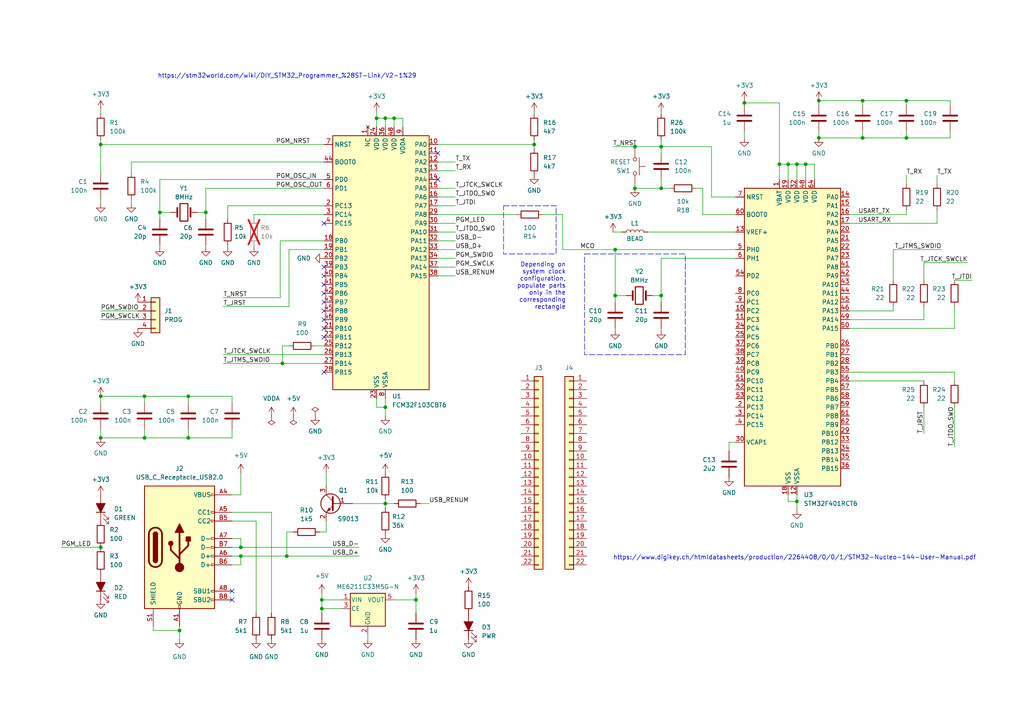
<source format=kicad_sch>
(kicad_sch (version 20230121) (generator eeschema)
  (paper "A4")
  (title_block (title "STM32 RedPill") (company "Schönherz Elektronikai Műhely") (comment 1 "designed by Weisz Pál"))
  (junction (at 93.345 173.99))
  (junction (at 69.85 158.75))
  (junction (at 191.77 54.61))
  (junction (at 250.19 29.21))
  (junction (at 52.07 182.88))
  (junction (at 54.61 114.935))
  (junction (at 81.915 105.41))
  (junction (at 237.49 29.21))
  (junction (at 154.94 41.91))
  (junction (at 237.49 40.005))
  (junction (at 41.91 127))
  (junction (at 29.21 127))
  (junction (at 109.22 34.29))
  (junction (at 250.19 40.005))
  (junction (at 233.68 47.625))
  (junction (at 83.185 161.29))
  (junction (at 120.65 173.99))
  (junction (at 29.21 41.91))
  (junction (at 69.85 161.29))
  (junction (at 191.77 42.545))
  (junction (at 228.6 47.625))
  (junction (at 29.21 114.935))
  (junction (at 114.3 34.29))
  (junction (at 111.76 34.29))
  (junction (at 178.435 85.725))
  (junction (at 226.06 47.625))
  (junction (at 111.76 118.11))
  (junction (at 262.89 29.21))
  (junction (at 231.14 47.625))
  (junction (at 184.15 54.61))
  (junction (at 54.61 127))
  (junction (at 93.345 176.53))
  (junction (at 41.91 114.935))
  (junction (at 231.14 145.415))
  (junction (at 262.89 40.005))
  (junction (at 178.435 72.39))
  (junction (at 46.355 61.595))
  (junction (at 215.9 29.845))
  (junction (at 111.76 146.05))
  (junction (at 29.21 158.75))
  (junction (at 184.15 42.545))
  (junction (at 59.69 61.595))
  (junction (at 191.77 85.725))
  (no_connect (at 93.98 107.95))
  (no_connect (at 127 52.07))
  (no_connect (at 93.98 87.63))
  (no_connect (at 93.98 64.77))
  (no_connect (at 93.98 90.17))
  (no_connect (at 93.98 95.25))
  (no_connect (at 93.98 97.79))
  (no_connect (at 93.98 82.55))
  (no_connect (at 67.31 171.45))
  (no_connect (at 93.98 77.47))
  (no_connect (at 67.31 173.99))
  (no_connect (at 127 44.45))
  (no_connect (at 93.98 92.71))
  (no_connect (at 93.98 80.01))
  (no_connect (at 93.98 85.09))
  (wire (pts (xy 127 67.31) (xy 132.08 67.31)))
  (wire (pts (xy 46.355 71.12) (xy 46.355 71.755)))
  (wire (pts (xy 74.295 151.13) (xy 74.295 177.8)))
  (wire (pts (xy 163.195 72.39) (xy 163.195 62.23)))
  (wire (pts (xy 99.06 176.53) (xy 93.345 176.53)))
  (wire (pts (xy 52.07 182.88) (xy 52.07 181.61)))
  (wire (pts (xy 267.97 92.71) (xy 246.38 92.71)))
  (wire (pts (xy 127 57.15) (xy 132.08 57.15)))
  (wire (pts (xy 262.89 29.21) (xy 262.89 30.48)))
  (wire (pts (xy 111.76 118.11) (xy 111.76 120.65)))
  (wire (pts (xy 127 41.91) (xy 154.94 41.91)))
  (wire (pts (xy 267.97 88.9) (xy 267.97 92.71)))
  (wire (pts (xy 127 74.93) (xy 132.08 74.93)))
  (wire (pts (xy 67.31 156.21) (xy 69.85 156.21)))
  (wire (pts (xy 226.06 47.625) (xy 226.06 29.845)))
  (wire (pts (xy 109.22 32.385) (xy 109.22 34.29)))
  (wire (pts (xy 127 59.69) (xy 132.08 59.69)))
  (wire (pts (xy 259.08 72.39) (xy 259.08 81.28)))
  (wire (pts (xy 66.04 59.69) (xy 66.04 63.5)))
  (wire (pts (xy 189.23 85.725) (xy 191.77 85.725)))
  (wire (pts (xy 191.77 40.64) (xy 191.77 42.545)))
  (wire (pts (xy 206.375 57.15) (xy 213.36 57.15)))
  (wire (pts (xy 250.19 38.1) (xy 250.19 40.005)))
  (wire (pts (xy 69.85 163.83) (xy 67.31 163.83)))
  (wire (pts (xy 93.345 176.53) (xy 93.345 177.8)))
  (wire (pts (xy 93.98 59.69) (xy 66.04 59.69)))
  (wire (pts (xy 29.21 33.02) (xy 29.21 31.75)))
  (wire (pts (xy 59.69 54.61) (xy 59.69 61.595)))
  (wire (pts (xy 178.435 85.725) (xy 181.61 85.725)))
  (wire (pts (xy 121.92 146.05) (xy 124.46 146.05)))
  (wire (pts (xy 111.76 146.05) (xy 114.3 146.05)))
  (wire (pts (xy 54.61 127) (xy 67.31 127)))
  (wire (pts (xy 259.08 88.9) (xy 259.08 90.17)))
  (wire (pts (xy 127 62.23) (xy 149.86 62.23)))
  (wire (pts (xy 154.94 41.91) (xy 154.94 43.18)))
  (wire (pts (xy 74.295 151.13) (xy 67.31 151.13)))
  (wire (pts (xy 215.9 40.005) (xy 215.9 38.1)))
  (wire (pts (xy 154.94 32.385) (xy 154.94 33.02)))
  (wire (pts (xy 275.59 29.21) (xy 262.89 29.21)))
  (wire (pts (xy 187.96 67.31) (xy 213.36 67.31)))
  (wire (pts (xy 276.86 95.25) (xy 246.38 95.25)))
  (wire (pts (xy 163.195 72.39) (xy 178.435 72.39)))
  (wire (pts (xy 262.89 40.005) (xy 275.59 40.005)))
  (wire (pts (xy 29.21 90.17) (xy 40.005 90.17)))
  (wire (pts (xy 59.69 54.61) (xy 93.98 54.61)))
  (wire (pts (xy 250.19 29.21) (xy 237.49 29.21)))
  (wire (pts (xy 29.21 41.91) (xy 93.98 41.91)))
  (wire (pts (xy 191.77 74.93) (xy 213.36 74.93)))
  (wire (pts (xy 83.82 72.39) (xy 93.98 72.39)))
  (wire (pts (xy 91.44 100.33) (xy 93.98 100.33)))
  (wire (pts (xy 280.67 76.2) (xy 267.97 76.2)))
  (wire (pts (xy 69.85 158.75) (xy 104.14 158.75)))
  (wire (pts (xy 271.78 50.8) (xy 271.78 53.34)))
  (wire (pts (xy 93.345 173.99) (xy 99.06 173.99)))
  (wire (pts (xy 211.455 128.27) (xy 211.455 130.81)))
  (wire (pts (xy 38.1 46.99) (xy 38.1 50.165)))
  (wire (pts (xy 67.31 143.51) (xy 69.85 143.51)))
  (wire (pts (xy 111.76 36.83) (xy 111.76 34.29)))
  (wire (pts (xy 191.77 85.725) (xy 191.77 87.63)))
  (wire (pts (xy 81.915 100.33) (xy 83.82 100.33)))
  (wire (pts (xy 271.78 64.77) (xy 246.38 64.77)))
  (wire (pts (xy 236.22 52.07) (xy 236.22 47.625)))
  (wire (pts (xy 78.74 177.8) (xy 78.74 148.59)))
  (wire (pts (xy 271.78 60.96) (xy 271.78 64.77)))
  (wire (pts (xy 228.6 143.51) (xy 228.6 145.415)))
  (wire (pts (xy 54.61 114.935) (xy 54.61 116.84)))
  (wire (pts (xy 73.66 63.5) (xy 73.66 62.23)))
  (wire (pts (xy 38.1 57.785) (xy 38.1 59.055)))
  (wire (pts (xy 201.93 54.61) (xy 203.835 54.61)))
  (wire (pts (xy 44.45 182.88) (xy 52.07 182.88)))
  (wire (pts (xy 127 72.39) (xy 132.08 72.39)))
  (wire (pts (xy 59.69 71.12) (xy 59.69 71.755)))
  (wire (pts (xy 191.77 33.02) (xy 191.77 32.385)))
  (wire (pts (xy 81.28 86.36) (xy 81.28 69.85)))
  (wire (pts (xy 41.91 124.46) (xy 41.91 127)))
  (wire (pts (xy 83.82 88.9) (xy 83.82 72.39)))
  (wire (pts (xy 93.345 172.085) (xy 93.345 173.99)))
  (wire (pts (xy 276.86 129.54) (xy 276.86 118.11)))
  (wire (pts (xy 191.77 42.545) (xy 206.375 42.545)))
  (wire (pts (xy 67.31 148.59) (xy 78.74 148.59)))
  (wire (pts (xy 259.08 90.17) (xy 246.38 90.17)))
  (wire (pts (xy 191.77 95.25) (xy 191.77 95.885)))
  (wire (pts (xy 177.8 67.31) (xy 180.34 67.31)))
  (wire (pts (xy 191.77 54.61) (xy 194.31 54.61)))
  (wire (pts (xy 67.31 116.84) (xy 67.31 114.935)))
  (wire (pts (xy 233.68 47.625) (xy 231.14 47.625)))
  (wire (pts (xy 66.04 71.755) (xy 66.04 71.12)))
  (wire (pts (xy 262.89 62.23) (xy 262.89 60.96)))
  (wire (pts (xy 228.6 47.625) (xy 231.14 47.625)))
  (wire (pts (xy 29.21 57.785) (xy 29.21 59.055)))
  (wire (pts (xy 191.77 54.61) (xy 184.15 54.61)))
  (wire (pts (xy 215.9 29.21) (xy 215.9 29.845)))
  (wire (pts (xy 236.22 47.625) (xy 233.68 47.625)))
  (wire (pts (xy 178.435 72.39) (xy 213.36 72.39)))
  (wire (pts (xy 178.435 85.725) (xy 178.435 87.63)))
  (wire (pts (xy 111.76 34.29) (xy 114.3 34.29)))
  (wire (pts (xy 59.69 61.595) (xy 59.69 63.5)))
  (wire (pts (xy 83.185 154.305) (xy 83.185 161.29)))
  (wire (pts (xy 64.77 88.9) (xy 83.82 88.9)))
  (wire (pts (xy 120.65 172.085) (xy 120.65 173.99)))
  (wire (pts (xy 94.615 151.13) (xy 94.615 154.305)))
  (wire (pts (xy 276.86 107.95) (xy 246.38 107.95)))
  (wire (pts (xy 281.94 81.28) (xy 276.86 81.28)))
  (wire (pts (xy 64.77 86.36) (xy 81.28 86.36)))
  (wire (pts (xy 111.76 115.57) (xy 111.76 118.11)))
  (wire (pts (xy 29.21 124.46) (xy 29.21 127)))
  (wire (pts (xy 206.375 42.545) (xy 206.375 57.15)))
  (wire (pts (xy 127 69.85) (xy 132.08 69.85)))
  (wire (pts (xy 228.6 52.07) (xy 228.6 47.625)))
  (wire (pts (xy 184.15 42.545) (xy 191.77 42.545)))
  (wire (pts (xy 29.21 114.935) (xy 29.21 116.84)))
  (wire (pts (xy 237.49 38.1) (xy 237.49 40.005)))
  (wire (pts (xy 127 64.77) (xy 132.08 64.77)))
  (wire (pts (xy 46.355 61.595) (xy 49.53 61.595)))
  (wire (pts (xy 111.76 144.78) (xy 111.76 146.05)))
  (wire (pts (xy 262.89 29.21) (xy 250.19 29.21)))
  (wire (pts (xy 46.355 61.595) (xy 46.355 63.5)))
  (wire (pts (xy 29.21 40.64) (xy 29.21 41.91)))
  (wire (pts (xy 275.59 30.48) (xy 275.59 29.21)))
  (wire (pts (xy 191.77 44.45) (xy 191.77 42.545)))
  (wire (pts (xy 81.915 100.33) (xy 81.915 105.41)))
  (wire (pts (xy 116.84 36.83) (xy 116.84 34.29)))
  (wire (pts (xy 191.77 74.93) (xy 191.77 85.725)))
  (wire (pts (xy 237.49 40.005) (xy 250.19 40.005)))
  (wire (pts (xy 191.77 52.07) (xy 191.77 54.61)))
  (wire (pts (xy 54.61 114.935) (xy 41.91 114.935)))
  (wire (pts (xy 127 80.01) (xy 132.08 80.01)))
  (wire (pts (xy 111.76 146.05) (xy 111.76 147.32)))
  (wire (pts (xy 94.615 137.16) (xy 94.615 140.97)))
  (wire (pts (xy 81.28 69.85) (xy 93.98 69.85)))
  (wire (pts (xy 69.85 156.21) (xy 69.85 158.75)))
  (wire (pts (xy 203.835 54.61) (xy 203.835 62.23)))
  (wire (pts (xy 120.65 173.99) (xy 120.65 177.8)))
  (wire (pts (xy 114.3 34.29) (xy 116.84 34.29)))
  (wire (pts (xy 178.435 95.25) (xy 178.435 95.885)))
  (wire (pts (xy 67.31 124.46) (xy 67.31 127)))
  (wire (pts (xy 54.61 124.46) (xy 54.61 127)))
  (wire (pts (xy 228.6 145.415) (xy 231.14 145.415)))
  (wire (pts (xy 178.435 72.39) (xy 178.435 85.725)))
  (wire (pts (xy 67.31 114.935) (xy 54.61 114.935)))
  (wire (pts (xy 102.235 146.05) (xy 111.76 146.05)))
  (wire (pts (xy 127 49.53) (xy 132.08 49.53)))
  (wire (pts (xy 111.76 34.29) (xy 109.22 34.29)))
  (wire (pts (xy 73.66 71.755) (xy 73.66 71.12)))
  (wire (pts (xy 276.86 88.9) (xy 276.86 95.25)))
  (wire (pts (xy 109.22 118.11) (xy 111.76 118.11)))
  (wire (pts (xy 114.3 36.83) (xy 114.3 34.29)))
  (wire (pts (xy 275.59 38.1) (xy 275.59 40.005)))
  (wire (pts (xy 184.15 54.61) (xy 184.15 53.34)))
  (wire (pts (xy 184.15 43.18) (xy 184.15 42.545)))
  (wire (pts (xy 231.14 143.51) (xy 231.14 145.415)))
  (wire (pts (xy 246.38 62.23) (xy 262.89 62.23)))
  (wire (pts (xy 17.78 158.75) (xy 29.21 158.75)))
  (wire (pts (xy 67.31 158.75) (xy 69.85 158.75)))
  (wire (pts (xy 203.835 62.23) (xy 213.36 62.23)))
  (wire (pts (xy 73.66 62.23) (xy 93.98 62.23)))
  (wire (pts (xy 267.97 76.2) (xy 267.97 81.28)))
  (wire (pts (xy 69.85 143.51) (xy 69.85 137.16)))
  (wire (pts (xy 106.68 185.42) (xy 106.68 184.15)))
  (wire (pts (xy 81.915 105.41) (xy 93.98 105.41)))
  (wire (pts (xy 262.89 50.8) (xy 262.89 53.34)))
  (wire (pts (xy 52.07 185.42) (xy 52.07 182.88)))
  (wire (pts (xy 127 54.61) (xy 132.08 54.61)))
  (wire (pts (xy 38.1 46.99) (xy 93.98 46.99)))
  (wire (pts (xy 94.615 154.305) (xy 92.71 154.305)))
  (wire (pts (xy 93.345 176.53) (xy 93.345 173.99)))
  (wire (pts (xy 226.06 29.845) (xy 215.9 29.845)))
  (wire (pts (xy 114.3 173.99) (xy 120.65 173.99)))
  (wire (pts (xy 57.15 61.595) (xy 59.69 61.595)))
  (wire (pts (xy 69.85 161.29) (xy 69.85 163.83)))
  (wire (pts (xy 46.355 52.07) (xy 46.355 61.595)))
  (wire (pts (xy 231.14 145.415) (xy 231.14 147.955)))
  (wire (pts (xy 213.36 128.27) (xy 211.455 128.27)))
  (wire (pts (xy 267.97 125.73) (xy 267.97 118.11)))
  (wire (pts (xy 273.05 72.39) (xy 259.08 72.39)))
  (wire (pts (xy 127 77.47) (xy 132.08 77.47)))
  (wire (pts (xy 41.91 127) (xy 54.61 127)))
  (wire (pts (xy 154.94 40.64) (xy 154.94 41.91)))
  (wire (pts (xy 109.22 115.57) (xy 109.22 118.11)))
  (wire (pts (xy 83.185 161.29) (xy 104.14 161.29)))
  (wire (pts (xy 233.68 52.07) (xy 233.68 47.625)))
  (wire (pts (xy 41.91 114.935) (xy 41.91 116.84)))
  (wire (pts (xy 64.77 105.41) (xy 81.915 105.41)))
  (wire (pts (xy 250.19 40.005) (xy 262.89 40.005)))
  (wire (pts (xy 127 46.99) (xy 132.08 46.99)))
  (wire (pts (xy 29.21 41.91) (xy 29.21 50.165)))
  (wire (pts (xy 215.9 29.845) (xy 215.9 30.48)))
  (wire (pts (xy 29.21 127) (xy 41.91 127)))
  (wire (pts (xy 262.89 38.1) (xy 262.89 40.005)))
  (wire (pts (xy 250.19 29.21) (xy 250.19 30.48)))
  (wire (pts (xy 237.49 29.21) (xy 237.49 30.48)))
  (wire (pts (xy 67.31 161.29) (xy 69.85 161.29)))
  (wire (pts (xy 226.06 52.07) (xy 226.06 47.625)))
  (wire (pts (xy 276.86 110.49) (xy 276.86 107.95)))
  (wire (pts (xy 44.45 181.61) (xy 44.45 182.88)))
  (wire (pts (xy 226.06 47.625) (xy 228.6 47.625)))
  (wire (pts (xy 109.22 34.29) (xy 109.22 36.83)))
  (wire (pts (xy 85.09 154.305) (xy 83.185 154.305)))
  (wire (pts (xy 267.97 110.49) (xy 246.38 110.49)))
  (wire (pts (xy 69.85 161.29) (xy 83.185 161.29)))
  (wire (pts (xy 64.77 102.87) (xy 93.98 102.87)))
  (wire (pts (xy 29.21 92.71) (xy 40.005 92.71)))
  (wire (pts (xy 46.355 52.07) (xy 93.98 52.07)))
  (wire (pts (xy 184.15 42.545) (xy 177.8 42.545)))
  (wire (pts (xy 41.91 114.935) (xy 29.21 114.935)))
  (wire (pts (xy 231.14 47.625) (xy 231.14 52.07)))
  (wire (pts (xy 163.195 62.23) (xy 157.48 62.23)))
  (rectangle (start 169.545 73.66) (end 198.755 102.87) (stroke (width 0) (type dash)))
  (rectangle (start 146.05 59.69) (end 161.29 73.66) (stroke (width 0) (type dash)))
  (text_box "Depending on system clock configuration, populate parts only in the corresponding rectangle" (at 148.59 74.93 0) (size 16.51 15.24) (stroke (width -0.0001)) (effects (font (size 1.27 1.27)) (justify right top)))
  (text "https://stm32world.com/wiki/DIY_STM32_Programmer_%28ST-Link/V2-1%29" (at 45.72 22.86 0) (effects (font (size 1.27 1.27)) (justify left bottom)))
  (text "https://www.digikey.ch/htmldatasheets/production/2264408/0/0/1/STM32-Nucleo-144-User-Manual.pdf" (at 177.8 162.56 0) (effects (font (size 1.27 1.27)) (justify left bottom)))
  (label "PGM_LED" (at 132.08 64.77 0))
  (label "PGM_SWCLK" (at 132.08 77.47 0))
  (label "T_NRST" (at 64.77 86.36 0))
  (label "T_JTDO_SWO" (at 276.86 129.54 90))
  (label "T_JTMS_SWDIO" (at 273.05 72.39 180))
  (label "T_JTCK_SWCLK" (at 64.77 102.87 0))
  (label "USB_D-" (at 104.14 158.75 180))
  (label "MCO" (at 168.275 72.39 0))
  (label "PGM_SWCLK" (at 29.21 92.71 0))
  (label "T_JRST" (at 267.97 125.73 90))
  (label "T_JTDO_SWO" (at 132.08 67.31 0))
  (label "USB_D+" (at 132.08 72.39 0))
  (label "T_RX" (at 132.08 49.53 0))
  (label "T_TX" (at 271.78 50.8 0))
  (label "T_JTCK_SWCLK" (at 280.67 76.2 180))
  (label "T_JTDO_SWO" (at 132.08 57.15 0))
  (label "T_NRST" (at 177.8 42.545 0))
  (label "T_RX" (at 262.89 50.8 0))
  (label "PGM_SWDIO" (at 132.08 74.93 0))
  (label "T_JTCK_SWCLK" (at 132.08 54.61 0))
  (label "USART_RX" (at 248.92 64.77 0))
  (label "T_JTMS_SWDIO" (at 64.77 105.41 0))
  (label "USB_D-" (at 132.08 69.85 0))
  (label "T_JRST" (at 64.77 88.9 0))
  (label "PGM_OSC_IN" (at 80.01 52.07 0))
  (label "PGM_LED" (at 17.78 158.75 0))
  (label "USB_D+" (at 104.14 161.29 180))
  (label "PGM_OSC_OUT" (at 80.01 54.61 0))
  (label "USB_RENUM" (at 124.46 146.05 0))
  (label "PGM_SWDIO" (at 29.21 90.17 0))
  (label "USB_RENUM" (at 132.08 80.01 0))
  (label "T_TX" (at 132.08 46.99 0))
  (label "T_JTDI" (at 281.94 81.28 180))
  (label "T_JTDI" (at 132.08 59.69 0))
  (label "PGM_NRST" (at 80.01 41.91 0))
  (label "USART_TX" (at 248.92 62.23 0))
  (symbol (lib_id "Switch:SW_Push") (at 184.15 48.26 270) (unit 1)
    (property "Reference" "SW1" (at 182.88 49.5301 90) (effects (justify right)))
    (property "Value" "RESET" (at 182.88 46.9901 90) (effects (justify right)))
    (property "Footprint" "Button_Switch_SMD:SW_SPST_TL3342" (effects hide))
  )
  (symbol (lib_id "Device:LED_Filled") (at 29.21 147.32 90) (unit 1)
    (property "Reference" "D1" (at 33.02 147.6375 90) (effects (justify right)))
    (property "Value" "GREEN" (at 33.02 150.1775 90) (effects (justify right)))
    (property "Footprint" "LED_SMD:LED_0603_1608Metric" (effects hide))
  )
  (symbol (lib_id "Connector_Generic:Conn_01x04") (at 45.085 90.17 0) (unit 1)
    (property "Reference" "J1" (at 47.625 90.17 0) (effects (justify left)))
    (property "Value" "PROG" (at 47.625 92.71 0) (effects (justify left)))
    (property "Footprint" "Connector_PinHeader_1.27mm:PinHeader_1x04_P1.27mm_Vertical" (effects hide))
  )
  (symbol (lib_id "power:PWR_FLAG") (at 91.44 120.65 0) (unit 1)
    (property "Reference" "#FLG03" (effects hide))
    (property "Value" "PWR_FLAG" (effects hide))
  )
  (symbol (lib_id "Device:Q_NPN_BEC") (at 97.155 146.05 0) (mirror y) (unit 1)
    (property "Reference" "Q1" (at 100.965 142.24 0) (effects (justify left)))
    (property "Value" "S9013" (at 104.14 150.495 0) (effects (justify left)))
    (property "Footprint" "Package_TO_SOT_SMD:SOT-23" (effects hide))
    (property "Datasheet" "https://datasheet.lcsc.com/lcsc/2109011130_YONGYUTAI-S9013_C2891800.pdf" (effects hide))
  )
  (symbol (lib_id "Device:R") (at 74.295 181.61 0) (mirror y) (unit 1)
    (property "Reference" "R7" (at 71.755 180.3399 0) (effects (justify left)))
    (property "Value" "5k1" (at 71.755 182.8799 0) (effects (justify left)))
    (property "Footprint" "Resistor_SMD:R_0603_1608Metric" (effects hide))
  )
  (symbol (lib_id "power:GND") (at 111.76 120.65 0) (unit 1)
    (property "Reference" "#PWR023" (effects hide))
    (property "Value" "GND" (at 111.76 125.095 0))
  )
  (symbol (lib_id "power:GND") (at 93.345 185.42 0) (unit 1)
    (property "Reference" "#PWR022" (effects hide))
    (property "Value" "GND" (at 93.345 189.865 0))
  )
  (symbol (lib_id "power:GND") (at 78.74 185.42 0) (unit 1)
    (property "Reference" "#PWR017" (effects hide))
    (property "Value" "GND" (at 78.74 190.5 0))
  )
  (symbol (lib_id "Device:R") (at 73.66 67.31 0) (unit 1) (dnp yes)
    (property "Reference" "R6" (at 75.565 66.04 0) (effects (justify left)))
    (property "Value" "10k" (at 75.565 68.58 0) (effects (justify left)))
    (property "Footprint" "Resistor_SMD:R_0603_1608Metric" (effects hide))
  )
  (symbol (lib_id "power:+5V") (at 69.85 137.16 0) (unit 1)
    (property "Reference" "#PWR015" (effects hide))
    (property "Value" "+5V" (at 69.85 132.08 0))
  )
  (symbol (lib_id "Device:R") (at 135.89 173.99 180) (unit 1)
    (property "Reference" "R15" (at 138.43 172.72 0) (effects (justify right)))
    (property "Value" "100" (at 138.43 175.26 0) (effects (justify right)))
    (property "Footprint" "Resistor_SMD:R_0603_1608Metric" (effects hide))
  )
  (symbol (lib_id "power:+3V3") (at 215.9 29.21 0) (unit 1)
    (property "Reference" "#PWR039" (effects hide))
    (property "Value" "+3V3" (at 215.9 24.765 0))
  )
  (symbol (lib_id "Regulator_Linear:AP2112K-3.3") (at 106.68 176.53 0) (unit 1)
    (property "Reference" "U2" (at 106.68 167.64 0))
    (property "Value" "ME6211C33M5G-N" (at 106.68 170.18 0))
    (property "Footprint" "Package_TO_SOT_SMD:SOT-23-5" (effects hide))
    (property "Datasheet" "https://datasheet.lcsc.com/lcsc/1811131510_MICRONE-Nanjing-Micro-One-Elec-ME6211C33M5G-N_C82942.pdf" (effects hide))
  )
  (symbol (lib_id "power:+3V3") (at 29.21 31.75 0) (unit 1)
    (property "Reference" "#PWR01" (effects hide))
    (property "Value" "+3V3" (at 29.21 27.305 0))
  )
  (symbol (lib_id "power:+3V3") (at 191.77 32.385 0) (unit 1)
    (property "Reference" "#PWR037" (effects hide))
    (property "Value" "+3V3" (at 191.77 27.94 0))
  )
  (symbol (lib_id "Device:R") (at 111.76 140.97 0) (mirror y) (unit 1)
    (property "Reference" "R11" (at 109.855 139.7 0) (effects (justify left)))
    (property "Value" "10k" (at 109.855 142.24 0) (effects (justify left)))
    (property "Footprint" "Resistor_SMD:R_0603_1608Metric" (effects hide))
  )
  (symbol (lib_id "power:GND") (at 59.69 71.755 0) (unit 1)
    (property "Reference" "#PWR011" (effects hide))
    (property "Value" "GND" (at 59.69 76.2 0))
  )
  (symbol (lib_id "MCU_ST_STM32F4:STM32F401RCTx") (at 228.6 97.79 0) (unit 1)
    (property "Reference" "U3" (at 233.0959 143.51 0) (effects (justify left)))
    (property "Value" "STM32F401RCT6" (at 233.0959 146.05 0) (effects (justify left)))
    (property "Footprint" "Package_QFP:LQFP-64_10x10mm_P0.5mm" (effects hide))
    (property "Datasheet" "https://www.st.com/resource/en/datasheet/stm32f401rc.pdf" (effects hide))
  )
  (symbol (lib_id "power:GND") (at 120.65 185.42 0) (unit 1)
    (property "Reference" "#PWR028" (effects hide))
    (property "Value" "GND" (at 120.65 189.865 0))
  )
  (symbol (lib_id "Device:R") (at 118.11 146.05 90) (unit 1)
    (property "Reference" "R13" (at 118.11 139.7 90))
    (property "Value" "100" (at 118.11 142.24 90))
    (property "Footprint" "Resistor_SMD:R_0603_1608Metric" (effects hide))
  )
  (symbol (lib_id "Device:R") (at 271.78 57.15 0) (unit 1)
    (property "Reference" "R20" (at 274.32 55.88 0) (effects (justify left)))
    (property "Value" "22" (at 274.32 58.42 0) (effects (justify left)))
    (property "Footprint" "Resistor_SMD:R_0603_1608Metric" (effects hide))
  )
  (symbol (lib_id "Device:Crystal") (at 53.34 61.595 0) (unit 1)
    (property "Reference" "Y1" (at 53.34 54.61 0))
    (property "Value" "8MHz" (at 53.34 57.15 0))
    (property "Footprint" "Crystal:Crystal_SMD_3225-4Pin_3.2x2.5mm" (effects hide))
  )
  (symbol (lib_id "Device:R") (at 267.97 114.3 0) (mirror x) (unit 1)
    (property "Reference" "R25" (at 265.43 113.03 0) (effects (justify right)))
    (property "Value" "22" (at 265.43 115.57 0) (effects (justify right)))
    (property "Footprint" "Resistor_SMD:R_0603_1608Metric" (effects hide))
  )
  (symbol (lib_id "Device:C") (at 191.77 48.26 0) (unit 1)
    (property "Reference" "C12" (at 195.58 46.99 0) (effects (justify left)))
    (property "Value" "100n" (at 195.58 49.53 0) (effects (justify left)))
    (property "Footprint" "Capacitor_SMD:C_0603_1608Metric" (effects hide))
  )
  (symbol (lib_id "Device:C") (at 215.9 34.29 0) (mirror y) (unit 1)
    (property "Reference" "C14" (at 212.09 33.02 0) (effects (justify left)))
    (property "Value" "1u" (at 212.09 35.56 0) (effects (justify left)))
    (property "Footprint" "Capacitor_SMD:C_0805_2012Metric" (effects hide))
  )
  (symbol (lib_id "power:GND") (at 38.1 59.055 0) (unit 1)
    (property "Reference" "#PWR07" (effects hide))
    (property "Value" "GND" (at 38.1 63.5 0))
  )
  (symbol (lib_id "power:+5V") (at 93.345 172.085 0) (unit 1)
    (property "Reference" "#PWR021" (effects hide))
    (property "Value" "+5V" (at 93.345 167.005 0))
  )
  (symbol (lib_id "Device:R") (at 111.76 151.13 0) (unit 1)
    (property "Reference" "R12" (at 113.665 149.86 0) (effects (justify left)))
    (property "Value" "36k" (at 113.665 152.4 0) (effects (justify left)))
    (property "Footprint" "Resistor_SMD:R_0603_1608Metric" (effects hide))
  )
  (symbol (lib_id "Device:R") (at 259.08 85.09 0) (mirror x) (unit 1)
    (property "Reference" "R21" (at 256.54 83.82 0) (effects (justify right)))
    (property "Value" "22" (at 256.54 86.36 0) (effects (justify right)))
    (property "Footprint" "Resistor_SMD:R_0603_1608Metric" (effects hide))
  )
  (symbol (lib_id "Device:C") (at 191.77 91.44 0) (mirror y) (unit 1)
    (property "Reference" "C11" (at 187.96 90.17 0) (effects (justify left)))
    (property "Value" "20p" (at 187.96 92.71 0) (effects (justify left)))
    (property "Footprint" "Capacitor_SMD:C_0603_1608Metric" (effects hide))
  )
  (symbol (lib_id "power:GND") (at 184.15 54.61 0) (unit 1)
    (property "Reference" "#PWR035" (effects hide))
    (property "Value" "GND" (at 184.15 59.055 0))
  )
  (symbol (lib_id "power:GND") (at 215.9 40.005 0) (unit 1)
    (property "Reference" "#PWR040" (effects hide))
    (property "Value" "GND" (at 215.9 44.45 0))
  )
  (symbol (lib_id "Device:R") (at 66.04 67.31 0) (unit 1)
    (property "Reference" "R5" (at 67.945 66.04 0) (effects (justify left)))
    (property "Value" "10k" (at 67.945 68.58 0) (effects (justify left)))
    (property "Footprint" "Resistor_SMD:R_0603_1608Metric" (effects hide))
  )
  (symbol (lib_id "Device:R") (at 276.86 114.3 0) (mirror x) (unit 1)
    (property "Reference" "R24" (at 274.32 113.03 0) (effects (justify right)))
    (property "Value" "22" (at 274.32 115.57 0) (effects (justify right)))
    (property "Footprint" "Resistor_SMD:R_0603_1608Metric" (effects hide))
  )
  (symbol (lib_id "Device:R") (at 198.12 54.61 270) (unit 1)
    (property "Reference" "R18" (at 198.12 60.96 90))
    (property "Value" "10k" (at 198.12 58.42 90))
    (property "Footprint" "Resistor_SMD:R_0603_1608Metric" (effects hide))
  )
  (symbol (lib_id "power:+3V3") (at 94.615 137.16 0) (unit 1)
    (property "Reference" "#PWR019" (effects hide))
    (property "Value" "+3V3" (at 94.615 132.715 0))
  )
  (symbol (lib_id "power:GND") (at 237.49 40.005 0) (unit 1)
    (property "Reference" "#PWR044" (effects hide))
    (property "Value" "GND" (at 237.49 44.45 0))
  )
  (symbol (lib_id "power:GND") (at 231.14 147.955 0) (unit 1)
    (property "Reference" "#PWR045" (effects hide))
    (property "Value" "GND" (at 231.14 152.4 0))
  )
  (symbol (lib_id "power:+3V3") (at 109.22 32.385 0) (unit 1)
    (property "Reference" "#PWR020" (effects hide))
    (property "Value" "+3V3" (at 109.22 27.94 0))
  )
  (symbol (lib_id "power:GND") (at 154.94 50.8 0) (unit 1)
    (property "Reference" "#PWR032" (effects hide))
    (property "Value" "GND" (at 154.94 55.245 0))
  )
  (symbol (lib_id "Device:R") (at 78.74 181.61 0) (unit 1)
    (property "Reference" "R8" (at 81.28 180.3399 0) (effects (justify left)))
    (property "Value" "5k1" (at 81.28 182.8799 0) (effects (justify left)))
    (property "Footprint" "Resistor_SMD:R_0603_1608Metric" (effects hide))
  )
  (symbol (lib_id "power:+3V3") (at 135.89 170.18 0) (unit 1)
    (property "Reference" "#PWR029" (effects hide))
    (property "Value" "+3V3" (at 135.89 165.735 0))
  )
  (symbol (lib_id "power:+3V3") (at 29.21 143.51 0) (unit 1)
    (property "Reference" "#PWR05" (effects hide))
    (property "Value" "+3V3" (at 29.21 139.065 0))
  )
  (symbol (lib_id "Device:R") (at 276.86 85.09 0) (mirror x) (unit 1)
    (property "Reference" "R23" (at 274.32 83.82 0) (effects (justify right)))
    (property "Value" "22" (at 274.32 86.36 0) (effects (justify right)))
    (property "Footprint" "Resistor_SMD:R_0603_1608Metric" (effects hide))
  )
  (symbol (lib_id "Device:C") (at 275.59 34.29 0) (mirror y) (unit 1)
    (property "Reference" "C19" (at 271.78 33.02 0) (effects (justify left)))
    (property "Value" "100n" (at 271.78 35.56 0) (effects (justify left)))
    (property "Footprint" "Capacitor_SMD:C_0603_1608Metric" (effects hide))
  )
  (symbol (lib_id "Device:R") (at 38.1 53.975 0) (unit 1)
    (property "Reference" "R4" (at 40.64 52.705 0) (effects (justify left)))
    (property "Value" "100k" (at 40.64 55.245 0) (effects (justify left)))
    (property "Footprint" "Resistor_SMD:R_0603_1608Metric" (effects hide))
  )
  (symbol (lib_id "Device:R") (at 88.9 154.305 90) (unit 1)
    (property "Reference" "R10" (at 88.9 147.955 90))
    (property "Value" "1k5" (at 88.9 150.495 90))
    (property "Footprint" "Resistor_SMD:R_0603_1608Metric" (effects hide))
  )
  (symbol (lib_id "power:GND") (at 73.66 71.755 0) (unit 1)
    (property "Reference" "#PWR014" (effects hide))
    (property "Value" "GND" (at 73.66 76.2 0))
  )
  (symbol (lib_id "power:GND") (at 29.21 173.99 0) (unit 1)
    (property "Reference" "#PWR06" (effects hide))
    (property "Value" "GND" (at 29.21 178.435 0))
  )
  (symbol (lib_id "power:GND") (at 91.44 120.65 0) (unit 1)
    (property "Reference" "#PWR042" (effects hide))
    (property "Value" "GND" (at 91.44 125.095 0))
  )
  (symbol (lib_id "power:GND") (at 93.98 74.93 270) (unit 1)
    (property "Reference" "#PWR018" (effects hide))
    (property "Value" "GND" (at 90.17 74.93 90) (effects (justify right)))
  )
  (symbol (lib_id "Device:C") (at 178.435 91.44 0) (mirror y) (unit 1)
    (property "Reference" "C10" (at 174.625 90.17 0) (effects (justify left)))
    (property "Value" "20p" (at 174.625 92.71 0) (effects (justify left)))
    (property "Footprint" "Capacitor_SMD:C_0603_1608Metric" (effects hide))
  )
  (symbol (lib_id "Device:C") (at 211.455 134.62 0) (mirror y) (unit 1)
    (property "Reference" "C13" (at 207.645 133.35 0) (effects (justify left)))
    (property "Value" "2u2" (at 207.645 135.89 0) (effects (justify left)))
    (property "Footprint" "Capacitor_SMD:C_0805_2012Metric" (effects hide))
  )
  (symbol (lib_id "power:GND") (at 29.21 127 0) (unit 1)
    (property "Reference" "#PWR04" (effects hide))
    (property "Value" "GND" (at 29.21 131.445 0))
  )
  (symbol (lib_id "power:+3V3") (at 40.005 87.63 0) (unit 1)
    (property "Reference" "#PWR08" (effects hide))
    (property "Value" "+3V3" (at 40.005 83.185 0))
  )
  (symbol (lib_id "Device:R") (at 153.67 62.23 90) (mirror x) (unit 1)
    (property "Reference" "R14" (at 153.67 68.58 90))
    (property "Value" "100" (at 153.67 66.04 90))
    (property "Footprint" "Resistor_SMD:R_0603_1608Metric" (effects hide))
  )
  (symbol (lib_id "Device:L") (at 184.15 67.31 90) (unit 1)
    (property "Reference" "L1" (at 184.15 64.77 90))
    (property "Value" "BEAD" (at 184.15 69.215 90))
    (property "Footprint" "Inductor_SMD:L_0603_1608Metric" (effects hide))
  )
  (symbol (lib_id "power:GND") (at 111.76 154.94 0) (unit 1)
    (property "Reference" "#PWR025" (effects hide))
    (property "Value" "GND" (at 111.76 159.385 0))
  )
  (symbol (lib_id "power:+5V") (at 85.09 120.65 0) (unit 1)
    (property "Reference" "#PWR048" (effects hide))
    (property "Value" "+5V" (at 85.09 115.57 0))
  )
  (symbol (lib_id "power:GND") (at 135.89 185.42 0) (unit 1)
    (property "Reference" "#PWR030" (effects hide))
    (property "Value" "GND" (at 135.89 189.865 0))
  )
  (symbol (lib_id "Device:R") (at 29.21 154.94 180) (unit 1)
    (property "Reference" "R2" (at 31.75 153.67 0) (effects (justify right)))
    (property "Value" "100" (at 31.75 156.21 0) (effects (justify right)))
    (property "Footprint" "Resistor_SMD:R_0603_1608Metric" (effects hide))
  )
  (symbol (lib_id "Device:C") (at 237.49 34.29 0) (mirror y) (unit 1)
    (property "Reference" "C15" (at 233.68 33.02 0) (effects (justify left)))
    (property "Value" "100n" (at 233.68 35.56 0) (effects (justify left)))
    (property "Footprint" "Capacitor_SMD:C_0603_1608Metric" (effects hide))
  )
  (symbol (lib_id "power:+3V3") (at 29.21 114.935 0) (unit 1)
    (property "Reference" "#PWR03" (effects hide))
    (property "Value" "+3V3" (at 29.21 110.49 0))
  )
  (symbol (lib_id "power:GND") (at 178.435 95.885 0) (unit 1)
    (property "Reference" "#PWR034" (effects hide))
    (property "Value" "GND" (at 178.435 100.33 0))
  )
  (symbol (lib_id "Device:R") (at 191.77 36.83 0) (unit 1)
    (property "Reference" "R26" (at 194.31 35.56 0) (effects (justify left)))
    (property "Value" "100k" (at 194.31 38.1 0) (effects (justify left)))
    (property "Footprint" "Resistor_SMD:R_0603_1608Metric" (effects hide))
  )
  (symbol (lib_id "Device:C") (at 67.31 120.65 0) (mirror y) (unit 1)
    (property "Reference" "C7" (at 63.5 119.38 0) (effects (justify left)))
    (property "Value" "100n" (at 63.5 121.92 0) (effects (justify left)))
    (property "Footprint" "Capacitor_SMD:C_0603_1608Metric" (effects hide))
  )
  (symbol (lib_id "Device:LED_Filled") (at 135.89 181.61 90) (unit 1)
    (property "Reference" "D3" (at 139.7 181.9275 90) (effects (justify right)))
    (property "Value" "PWR" (at 139.7 184.4675 90) (effects (justify right)))
    (property "Footprint" "LED_SMD:LED_0603_1608Metric" (effects hide))
  )
  (symbol (lib_id "Connector:USB_C_Receptacle_USB2.0") (at 52.07 158.75 0) (unit 1)
    (property "Reference" "J2" (at 52.07 135.89 0))
    (property "Value" "USB_C_Receptacle_USB2.0" (at 52.07 138.43 0))
    (property "Footprint" "lib:USB_C_Receptacle_G-Switch_GT-USB-7010ASV" (effects hide))
    (property "Datasheet" "https://www.usb.org/sites/default/files/documents/usb_type-c.zip" (effects hide))
  )
  (symbol (lib_id "power:GND") (at 191.77 95.885 0) (unit 1)
    (property "Reference" "#PWR036" (effects hide))
    (property "Value" "GND" (at 191.77 100.33 0))
  )
  (symbol (lib_id "power:GND") (at 74.295 185.42 0) (unit 1)
    (property "Reference" "#PWR016" (effects hide))
    (property "Value" "GND" (at 74.295 190.5 0))
  )
  (symbol (lib_id "power:PWR_FLAG") (at 78.74 120.65 180) (unit 1)
    (property "Reference" "#FLG02" (effects hide))
    (property "Value" "PWR_FLAG" (effects hide))
  )
  (symbol (lib_id "Device:C") (at 46.355 67.31 0) (mirror y) (unit 1)
    (property "Reference" "C4" (at 42.545 66.04 0) (effects (justify left)))
    (property "Value" "20p" (at 42.545 68.58 0) (effects (justify left)))
    (property "Footprint" "Capacitor_SMD:C_0603_1608Metric" (effects hide))
  )
  (symbol (lib_id "power:+5V") (at 111.76 137.16 0) (unit 1)
    (property "Reference" "#PWR024" (effects hide))
    (property "Value" "+5V" (at 111.76 132.08 0))
  )
  (symbol (lib_id "power:GND") (at 40.005 95.25 0) (unit 1)
    (property "Reference" "#PWR09" (effects hide))
    (property "Value" "GND" (at 40.005 99.695 0))
  )
  (symbol (lib_id "Device:LED_Filled") (at 29.21 170.18 90) (unit 1)
    (property "Reference" "D2" (at 33.02 170.4975 90) (effects (justify right)))
    (property "Value" "RED" (at 33.02 173.0375 90) (effects (justify right)))
    (property "Footprint" "LED_SMD:LED_0603_1608Metric" (effects hide))
  )
  (symbol (lib_id "Device:C") (at 262.89 34.29 0) (mirror y) (unit 1)
    (property "Reference" "C17" (at 259.08 33.02 0) (effects (justify left)))
    (property "Value" "100n" (at 259.08 35.56 0) (effects (justify left)))
    (property "Footprint" "Capacitor_SMD:C_0603_1608Metric" (effects hide))
  )
  (symbol (lib_id "power:GND") (at 52.07 185.42 0) (unit 1)
    (property "Reference" "#PWR012" (effects hide))
    (property "Value" "GND" (at 52.07 190.5 0))
  )
  (symbol (lib_id "Device:R") (at 262.89 57.15 0) (unit 1)
    (property "Reference" "R19" (at 265.43 55.88 0) (effects (justify left)))
    (property "Value" "22" (at 265.43 58.42 0) (effects (justify left)))
    (property "Footprint" "Resistor_SMD:R_0603_1608Metric" (effects hide))
  )
  (symbol (lib_id "Device:C") (at 59.69 67.31 0) (mirror y) (unit 1)
    (property "Reference" "C6" (at 55.88 66.04 0) (effects (justify left)))
    (property "Value" "20p" (at 55.88 68.58 0) (effects (justify left)))
    (property "Footprint" "Capacitor_SMD:C_0603_1608Metric" (effects hide))
  )
  (symbol (lib_id "power:+3V3") (at 154.94 32.385 0) (unit 1)
    (property "Reference" "#PWR031" (effects hide))
    (property "Value" "+3V3" (at 154.94 27.94 0))
  )
  (symbol (lib_id "MCU_ST_STM32F1:STM32F103CBTx") (at 109.22 77.47 0) (unit 1)
    (property "Reference" "U1" (at 113.7159 114.935 0) (effects (justify left)))
    (property "Value" "FCM32F103CBT6" (at 113.7159 117.475 0) (effects (justify left)))
    (property "Footprint" "Package_QFP:LQFP-48_7x7mm_P0.5mm" (effects hide))
    (property "Datasheet" "https://datasheet.lcsc.com/lcsc/2202111130_Flashchip-Microelectronics-FCM32F103CBT6_C2972837.pdf" (effects hide))
  )
  (symbol (lib_id "Device:R") (at 29.21 162.56 180) (unit 1)
    (property "Reference" "R3" (at 31.75 161.29 0) (effects (justify right)))
    (property "Value" "100" (at 31.75 163.83 0) (effects (justify right)))
    (property "Footprint" "Resistor_SMD:R_0603_1608Metric" (effects hide))
  )
  (symbol (lib_id "Connector_Generic:Conn_01x22") (at 156.21 135.89 0) (unit 1)
    (property "Reference" "J3" (at 156.21 106.68 0))
    (property "Value" "Conn_01x22" (effects hide))
    (property "Footprint" "Connector_PinHeader_2.54mm:PinHeader_1x22_P2.54mm_Vertical" (effects hide))
  )
  (symbol (lib_id "Device:C") (at 29.21 53.975 0) (mirror y) (unit 1)
    (property "Reference" "C1" (at 25.4 52.705 0) (effects (justify left)))
    (property "Value" "100n" (at 25.4 55.245 0) (effects (justify left)))
    (property "Footprint" "Capacitor_SMD:C_0603_1608Metric" (effects hide))
  )
  (symbol (lib_id "Device:C") (at 120.65 181.61 0) (unit 1)
    (property "Reference" "C9" (at 124.46 180.34 0) (effects (justify left)))
    (property "Value" "1u" (at 124.46 182.88 0) (effects (justify left)))
    (property "Footprint" "Capacitor_SMD:C_0603_1608Metric" (effects hide))
  )
  (symbol (lib_id "power:+3V3") (at 237.49 29.21 0) (unit 1)
    (property "Reference" "#PWR043" (effects hide))
    (property "Value" "+3V3" (at 237.49 24.765 0))
  )
  (symbol (lib_id "power:GND") (at 106.68 185.42 0) (unit 1)
    (property "Reference" "#PWR026" (effects hide))
    (property "Value" "GND" (at 106.68 189.865 0))
  )
  (symbol (lib_id "Device:R") (at 267.97 85.09 0) (mirror x) (unit 1)
    (property "Reference" "R22" (at 265.43 83.82 0) (effects (justify right)))
    (property "Value" "22" (at 265.43 86.36 0) (effects (justify right)))
    (property "Footprint" "Resistor_SMD:R_0603_1608Metric" (effects hide))
  )
  (symbol (lib_id "power:+3V3") (at 177.8 67.31 0) (unit 1)
    (property "Reference" "#PWR033" (effects hide))
    (property "Value" "+3V3" (at 177.8 62.865 0))
  )
  (symbol (lib_id "power:PWR_FLAG") (at 85.09 120.65 180) (unit 1)
    (property "Reference" "#FLG01" (effects hide))
    (property "Value" "PWR_FLAG" (effects hide))
  )
  (symbol (lib_id "power:GND") (at 46.355 71.755 0) (unit 1)
    (property "Reference" "#PWR010" (effects hide))
    (property "Value" "GND" (at 46.355 76.2 0))
  )
  (symbol (lib_id "power:VDDA") (at 78.74 120.65 0) (unit 1)
    (property "Reference" "#PWR049" (effects hide))
    (property "Value" "VDDA" (at 78.74 115.57 0))
  )
  (symbol (lib_id "Device:C") (at 54.61 120.65 0) (mirror y) (unit 1)
    (property "Reference" "C5" (at 50.8 119.38 0) (effects (justify left)))
    (property "Value" "100n" (at 50.8 121.92 0) (effects (justify left)))
    (property "Footprint" "Capacitor_SMD:C_0603_1608Metric" (effects hide))
  )
  (symbol (lib_id "power:GND") (at 66.04 71.755 0) (unit 1)
    (property "Reference" "#PWR013" (effects hide))
    (property "Value" "GND" (at 66.04 76.2 0))
  )
  (symbol (lib_id "power:+3V3") (at 120.65 172.085 0) (unit 1)
    (property "Reference" "#PWR027" (effects hide))
    (property "Value" "+3V3" (at 120.65 167.64 0))
  )
  (symbol (lib_id "Device:C") (at 41.91 120.65 0) (mirror y) (unit 1)
    (property "Reference" "C3" (at 38.1 119.38 0) (effects (justify left)))
    (property "Value" "100n" (at 38.1 121.92 0) (effects (justify left)))
    (property "Footprint" "Capacitor_SMD:C_0603_1608Metric" (effects hide))
  )
  (symbol (lib_id "Device:C") (at 29.21 120.65 0) (mirror y) (unit 1)
    (property "Reference" "C2" (at 25.4 119.38 0) (effects (justify left)))
    (property "Value" "100n" (at 25.4 121.92 0) (effects (justify left)))
    (property "Footprint" "Capacitor_SMD:C_0603_1608Metric" (effects hide))
  )
  (symbol (lib_id "Device:R") (at 154.94 36.83 0) (unit 1)
    (property "Reference" "R16" (at 157.48 35.56 0) (effects (justify left)))
    (property "Value" "4k7" (at 157.48 38.1 0) (effects (justify left)))
    (property "Footprint" "Resistor_SMD:R_0603_1608Metric" (effects hide))
  )
  (symbol (lib_id "Device:C") (at 93.345 181.61 0) (mirror y) (unit 1)
    (property "Reference" "C8" (at 89.535 180.34 0) (effects (justify left)))
    (property "Value" "1u" (at 89.535 182.88 0) (effects (justify left)))
    (property "Footprint" "Capacitor_SMD:C_0603_1608Metric" (effects hide))
  )
  (symbol (lib_id "Connector_Generic:Conn_01x22") (at 165.1 135.89 0) (mirror y) (unit 1)
    (property "Reference" "J4" (at 165.1 106.68 0))
    (property "Value" "Conn_01x22" (effects hide))
    (property "Footprint" "Connector_PinHeader_2.54mm:PinHeader_1x22_P2.54mm_Vertical" (effects hide))
  )
  (symbol (lib_id "Device:C") (at 250.19 34.29 0) (mirror y) (unit 1)
    (property "Reference" "C16" (at 246.38 33.02 0) (effects (justify left)))
    (property "Value" "100n" (at 246.38 35.56 0) (effects (justify left)))
    (property "Footprint" "Capacitor_SMD:C_0603_1608Metric" (effects hide))
  )
  (symbol (lib_id "Device:Crystal") (at 185.42 85.725 0) (unit 1)
    (property "Reference" "Y2" (at 185.42 78.74 0))
    (property "Value" "8MHz" (at 185.42 81.28 0))
    (property "Footprint" "Crystal:Crystal_HC49-4H_Vertical" (effects hide))
  )
  (symbol (lib_id "Device:R") (at 154.94 46.99 0) (unit 1)
    (property "Reference" "R17" (at 157.48 45.72 0) (effects (justify left)))
    (property "Value" "4k7" (at 157.48 48.26 0) (effects (justify left)))
    (property "Footprint" "Resistor_SMD:R_0603_1608Metric" (effects hide))
  )
  (symbol (lib_id "power:GND") (at 29.21 59.055 0) (unit 1)
    (property "Reference" "#PWR02" (effects hide))
    (property "Value" "GND" (at 29.21 63.5 0))
  )
  (symbol (lib_id "power:GND") (at 211.455 138.43 0) (mirror y) (unit 1)
    (property "Reference" "#PWR038" (effects hide))
    (property "Value" "GND" (at 211.455 142.875 0))
  )
  (symbol (lib_id "Device:R") (at 29.21 36.83 0) (unit 1)
    (property "Reference" "R1" (at 31.75 35.56 0) (effects (justify left)))
    (property "Value" "100k" (at 31.75 38.1 0) (effects (justify left)))
    (property "Footprint" "Resistor_SMD:R_0603_1608Metric" (effects hide))
  )
  (symbol (lib_id "Device:R") (at 87.63 100.33 90) (unit 1)
    (property "Reference" "R9" (at 87.63 93.98 90))
    (property "Value" "100" (at 87.63 96.52 90))
    (property "Footprint" "Resistor_SMD:R_0603_1608Metric" (effects hide))
  )
)
</source>
